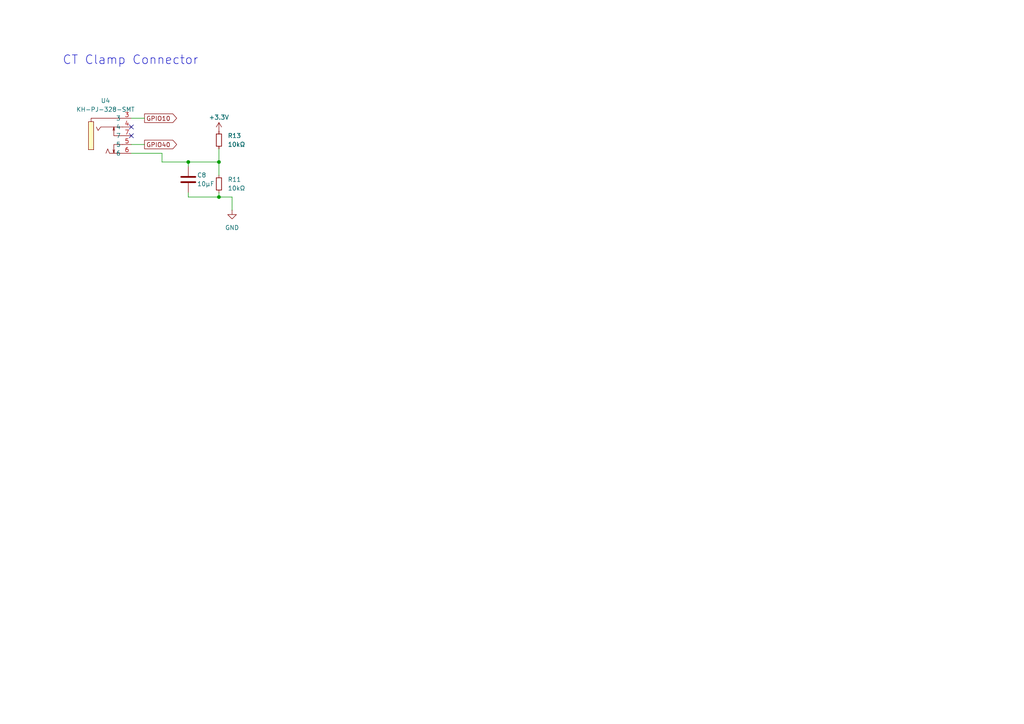
<source format=kicad_sch>
(kicad_sch (version 20231120) (generator "eeschema") (generator_version "8.0")
  (paper "A4")
  (lib_symbols
    (symbol "3.5mm-connector:KH-PJ-328-SMT"
      (property "Reference" "U" (at 0 10.16 0))
      (property "Value" "KH-PJ-328-SMT" (at 0 -10.16 0))
      (symbol "KH-PJ-328-SMT_0_1"
        (rectangle (start -7.37 4.06) (end -5.84 -4.06) (fill (type background)))
        (polyline (pts (xy 0 -5.08) (xy 0.25 -4.06)))
        (polyline (pts (xy 0 2.54) (xy 0.25 1.52)))
        (polyline (pts (xy 2.54 5.08) (xy -6.6 5.08) (xy -6.6 4.06)))
        (polyline (pts (xy 2.54 -5.08) (xy -1.27 -5.08) (xy -1.78 -3.81) (xy -2.29 -5.08)))
        (polyline (pts (xy 2.54 -2.54) (xy 0 -2.54) (xy 0 -5.08) (xy -0.25 -4.06)))
        (polyline (pts (xy 2.54 0) (xy 0 0) (xy 0 2.54) (xy -0.25 1.52)))
        (polyline (pts (xy 2.54 2.54) (xy -3.81 2.54) (xy -4.57 1.52) (xy -5.08 2.54)))
        (pin unspecified line (at 5.08 5.08 180) (length 2.54) (name "3") (number "3"))
        (pin unspecified line (at 5.08 2.54 180) (length 2.54) (name "4") (number "4"))
        (pin unspecified line (at 5.08 -2.54 180) (length 2.54) (name "5") (number "5"))
        (pin unspecified line (at 5.08 -5.08 180) (length 2.54) (name "6") (number "6"))
        (pin unspecified line (at 5.08 0 180) (length 2.54) (name "7") (number "7"))
      )
    )
    (symbol "Device:C" (pin_numbers hide) (pin_names (offset 0.254))
      (property "Reference" "C" (at 0.635 2.54 0))
      (property "Value" "C" (at 0.635 -2.54 0))
      (symbol "C_0_1"
        (polyline (pts (xy -2.032 -0.762) (xy 2.032 -0.762)) (stroke (width 0.508)))
        (polyline (pts (xy -2.032 0.762) (xy 2.032 0.762)) (stroke (width 0.508)))
      )
      (symbol "C_1_1"
        (pin passive line (at 0 3.81 270) (length 2.794) (name "~") (number "1"))
        (pin passive line (at 0 -3.81 90) (length 2.794) (name "~") (number "2"))
      )
    )
    (symbol "Device:R_Small" (pin_numbers hide) (pin_names (offset 0.254) hide)
      (property "Reference" "R" (at 0.762 0.508 0))
      (property "Value" "R_Small" (at 0.762 -1.016 0))
      (symbol "R_Small_0_1"
        (rectangle (start -0.762 1.778) (end 0.762 -1.778) (stroke (width 0.2032)))
      )
      (symbol "R_Small_1_1"
        (pin passive line (at 0 2.54 270) (length 0.762) (name "~") (number "1"))
        (pin passive line (at 0 -2.54 90) (length 0.762) (name "~") (number "2"))
      )
    )
    (symbol "power:+3.3V" (power) (pin_numbers hide) (pin_names (offset 0) hide)
      (property "Value" "+3.3V" (at 0 3.556 0))
      (symbol "+3.3V_0_1"
        (polyline (pts (xy -0.762 1.27) (xy 0 2.54)))
        (polyline (pts (xy 0 0) (xy 0 2.54)))
        (polyline (pts (xy 0 2.54) (xy 0.762 1.27)))
      )
      (symbol "+3.3V_1_1"
        (pin power_in line (at 0 0 90) (length 0) (name "~") (number "1"))
      )
    )
    (symbol "power:GND" (power) (pin_numbers hide) (pin_names (offset 0) hide)
      (property "Value" "GND" (at 0 -3.81 0))
      (symbol "GND_0_1"
        (polyline (pts (xy 0 0) (xy 0 -1.27) (xy 1.27 -1.27) (xy 0 -2.54) (xy -1.27 -1.27) (xy 0 -1.27)))
      )
      (symbol "GND_1_1"
        (pin power_in line (at 0 0 270) (length 0) (name "~") (number "1"))
      )
    )
  )
  (junction (at 63.5 46.99))
  (junction (at 54.61 46.99))
  (junction (at 63.5 57.15))
  (no_connect (at 38.1 39.37))
  (no_connect (at 38.1 36.83))
  (wire (pts (xy 46.99 46.99) (xy 54.61 46.99)))
  (wire (pts (xy 63.5 55.88) (xy 63.5 57.15)))
  (wire (pts (xy 38.1 41.91) (xy 41.91 41.91)))
  (wire (pts (xy 63.5 46.99) (xy 54.61 46.99)))
  (wire (pts (xy 67.31 60.96) (xy 67.31 57.15)))
  (wire (pts (xy 67.31 57.15) (xy 63.5 57.15)))
  (wire (pts (xy 54.61 55.88) (xy 54.61 57.15)))
  (wire (pts (xy 38.1 44.45) (xy 46.99 44.45)))
  (wire (pts (xy 54.61 48.26) (xy 54.61 46.99)))
  (wire (pts (xy 63.5 46.99) (xy 63.5 50.8)))
  (wire (pts (xy 38.1 34.29) (xy 41.91 34.29)))
  (wire (pts (xy 63.5 43.18) (xy 63.5 46.99)))
  (wire (pts (xy 54.61 57.15) (xy 63.5 57.15)))
  (wire (pts (xy 46.99 44.45) (xy 46.99 46.99)))
  (text "CT Clamp Connector" (exclude_from_sim yes) (at 37.846 17.526 0) (effects (font (size 2.54 2.54))))
  (global_label "GPIO40" (shape output) (at 41.91 41.91 0) (property "Intersheetrefs" "${INTERSHEET_REFS}" (effects (hide yes))))
  (global_label "GPIO10" (shape output) (at 41.91 34.29 0) (property "Intersheetrefs" "${INTERSHEET_REFS}" (effects (hide yes))))
  (symbol (lib_id "3.5mm-connector:KH-PJ-328-SMT") (at 33.02 39.37 0) (unit 1)
    (property "Reference" "U4" (at 30.605 29.21 0))
    (property "Value" "KH-PJ-328-SMT" (at 30.605 31.75 0))
    (property "Footprint" "3.5mm-connector:AUDIO-SMD_KH-PJ-328-SMT" (effects (hide yes)))
    (property "Datasheet" "https://jlcpcb.com/partdetail/Shenzhen_KinghelmElec-KH_PJ_328SMT/C5123129" (effects (hide yes)))
    (property "LCSC Part" "C5123129" (effects (hide yes)))
  )
  (symbol (lib_id "Device:C") (at 54.61 52.07 0) (unit 1)
    (property "Reference" "C8" (at 57.15 50.8 0) (effects (justify left)))
    (property "Value" "10μF" (at 57.15 53.34 0) (effects (justify left)))
    (property "Footprint" "Capacitor_SMD:C_0603_1608Metric" (effects (hide yes)))
    (property "Datasheet" "https://jlcpcb.com/partdetail/C96446" (effects (hide yes)))
    (property "Description" "Unpolarized capacitor" (effects (hide yes)))
    (property "JLC Part#" "C96446" (effects (hide yes)))
  )
  (symbol (lib_id "Device:R_Small") (at 63.5 53.34 180) (unit 1)
    (property "Reference" "R11" (at 66.04 52.0699 0) (effects (justify right)))
    (property "Value" "10kΩ" (at 66.04 54.6099 0) (effects (justify right)))
    (property "Footprint" "Resistor_SMD:R_0603_1608Metric" (effects (hide yes)))
    (property "Datasheet" "https://jlcpcb.com/partdetail/C25804" (effects (hide yes)))
    (property "JLC Part#" "C25804" (effects (hide yes)))
  )
  (symbol (lib_id "power:GND") (at 67.31 60.96 0) (unit 1)
    (property "Reference" "#PWR022" (effects (hide yes)))
    (property "Value" "GND" (at 67.31 66.04 0))
    (property "Description" "Power symbol creates a global label with name \"GND\" , ground" (effects (hide yes)))
  )
  (symbol (lib_id "power:+3.3V") (at 63.5 38.1 0) (unit 1)
    (property "Reference" "#PWR023" (effects (hide yes)))
    (property "Value" "+3.3V" (at 63.5 34.036 0))
    (property "Description" "Power symbol creates a global label with name \"+3.3V\"" (effects (hide yes)))
  )
  (symbol (lib_id "Device:R_Small") (at 63.5 40.64 180) (unit 1)
    (property "Reference" "R13" (at 66.04 39.3699 0) (effects (justify right)))
    (property "Value" "10kΩ" (at 66.04 41.9099 0) (effects (justify right)))
    (property "Footprint" "Resistor_SMD:R_0603_1608Metric" (effects (hide yes)))
    (property "Datasheet" "https://jlcpcb.com/partdetail/C25804" (effects (hide yes)))
    (property "JLC Part#" "C25804" (effects (hide yes)))
  )
)
</source>
